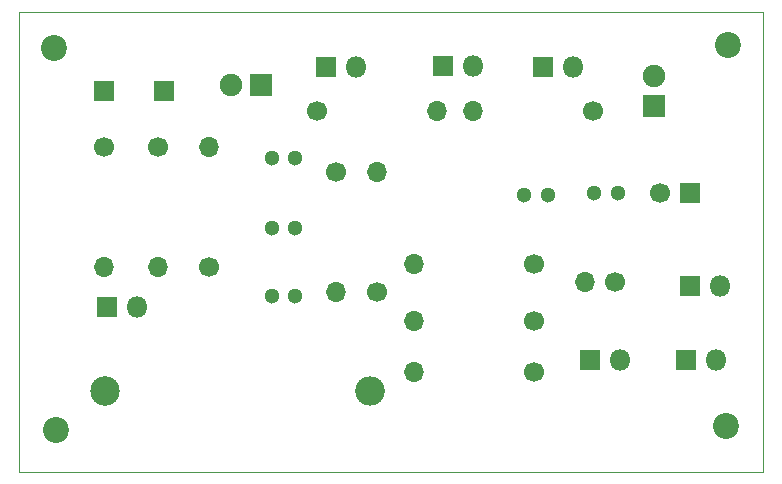
<source format=gbr>
G04 #@! TF.GenerationSoftware,KiCad,Pcbnew,(5.1.6)-1*
G04 #@! TF.CreationDate,2020-08-10T15:15:50+02:00*
G04 #@! TF.ProjectId,arduinoUno-BMSmodule,61726475-696e-46f5-956e-6f2d424d536d,rev?*
G04 #@! TF.SameCoordinates,Original*
G04 #@! TF.FileFunction,Soldermask,Bot*
G04 #@! TF.FilePolarity,Negative*
%FSLAX46Y46*%
G04 Gerber Fmt 4.6, Leading zero omitted, Abs format (unit mm)*
G04 Created by KiCad (PCBNEW (5.1.6)-1) date 2020-08-10 15:15:50*
%MOMM*%
%LPD*%
G01*
G04 APERTURE LIST*
G04 #@! TA.AperFunction,Profile*
%ADD10C,0.050000*%
G04 #@! TD*
%ADD11C,1.300000*%
%ADD12O,2.500000X2.500000*%
%ADD13C,2.500000*%
%ADD14C,2.200000*%
%ADD15O,1.800000X1.800000*%
%ADD16R,1.800000X1.800000*%
%ADD17O,1.700000X1.700000*%
%ADD18C,1.700000*%
%ADD19C,1.900000*%
%ADD20R,1.900000X1.900000*%
%ADD21R,1.700000X1.700000*%
G04 APERTURE END LIST*
D10*
X154000000Y-57000000D02*
X154000000Y-57900000D01*
X91000000Y-57000000D02*
X154000000Y-57000000D01*
X153484000Y-96000000D02*
X154000000Y-96000000D01*
X91000000Y-96000000D02*
X91000000Y-95900000D01*
X91000000Y-95900000D02*
X91000000Y-94973000D01*
X91000000Y-94973000D02*
X91000000Y-57000000D01*
X93921000Y-96000000D02*
X91000000Y-96000000D01*
X153484000Y-96000000D02*
X93921000Y-96000000D01*
X154000000Y-57900000D02*
X154000000Y-96000000D01*
D11*
G04 #@! TO.C,C3*
X112395000Y-75311000D03*
X114395000Y-75311000D03*
G04 #@! TD*
D12*
G04 #@! TO.C,R4*
X120698000Y-89154000D03*
D13*
X98298000Y-89154000D03*
G04 #@! TD*
D11*
G04 #@! TO.C,C5*
X139732000Y-72390000D03*
X141732000Y-72390000D03*
G04 #@! TD*
G04 #@! TO.C,C4*
X133763000Y-72517000D03*
X135763000Y-72517000D03*
G04 #@! TD*
G04 #@! TO.C,C2*
X112400000Y-69400000D03*
X114400000Y-69400000D03*
G04 #@! TD*
G04 #@! TO.C,C1*
X112400000Y-81100000D03*
X114400000Y-81100000D03*
G04 #@! TD*
D14*
G04 #@! TO.C,H4*
X151003000Y-59817000D03*
G04 #@! TD*
G04 #@! TO.C,H3*
X150876000Y-92075000D03*
G04 #@! TD*
G04 #@! TO.C,H2*
X94107000Y-92456000D03*
G04 #@! TD*
G04 #@! TO.C,H1*
X93980000Y-60071000D03*
G04 #@! TD*
D15*
G04 #@! TO.C,J3*
X149987000Y-86487000D03*
D16*
X147447000Y-86487000D03*
G04 #@! TD*
D17*
G04 #@! TO.C,R8*
X126365000Y-65405000D03*
D18*
X116205000Y-65405000D03*
G04 #@! TD*
D19*
G04 #@! TO.C,D1*
X108966000Y-63246000D03*
D20*
X111506000Y-63246000D03*
G04 #@! TD*
D16*
G04 #@! TO.C,J1*
X98171000Y-63754000D03*
X103251000Y-63754000D03*
G04 #@! TD*
D17*
G04 #@! TO.C,TH1*
X138938000Y-79883000D03*
D18*
X141478000Y-79883000D03*
G04 #@! TD*
D17*
G04 #@! TO.C,R10*
X129413000Y-65405000D03*
D18*
X139573000Y-65405000D03*
G04 #@! TD*
D17*
G04 #@! TO.C,R9*
X124460000Y-78359000D03*
D18*
X134620000Y-78359000D03*
G04 #@! TD*
D17*
G04 #@! TO.C,R7*
X124460000Y-87503000D03*
D18*
X134620000Y-87503000D03*
G04 #@! TD*
D17*
G04 #@! TO.C,R6*
X117856000Y-80772000D03*
D18*
X117856000Y-70612000D03*
G04 #@! TD*
D17*
G04 #@! TO.C,R5*
X98171000Y-78613000D03*
D18*
X98171000Y-68453000D03*
G04 #@! TD*
D17*
G04 #@! TO.C,R3*
X102743000Y-78613000D03*
D18*
X102743000Y-68453000D03*
G04 #@! TD*
D17*
G04 #@! TO.C,R2*
X107100000Y-68440000D03*
D18*
X107100000Y-78600000D03*
G04 #@! TD*
D17*
G04 #@! TO.C,R1*
X124460000Y-83185000D03*
D18*
X134620000Y-83185000D03*
G04 #@! TD*
D17*
G04 #@! TO.C,L1*
X121285000Y-70612000D03*
D18*
X121285000Y-80772000D03*
G04 #@! TD*
D15*
G04 #@! TO.C,J8*
X137922000Y-61722000D03*
D16*
X135382000Y-61722000D03*
G04 #@! TD*
D15*
G04 #@! TO.C,J7*
X100965000Y-82042000D03*
D16*
X98425000Y-82042000D03*
G04 #@! TD*
D15*
G04 #@! TO.C,J6*
X129413000Y-61595000D03*
D16*
X126873000Y-61595000D03*
G04 #@! TD*
D15*
G04 #@! TO.C,J5*
X119507000Y-61722000D03*
D16*
X116967000Y-61722000D03*
G04 #@! TD*
D15*
G04 #@! TO.C,J4*
X150368000Y-80264000D03*
D16*
X147828000Y-80264000D03*
G04 #@! TD*
D15*
G04 #@! TO.C,J2*
X141859000Y-86487000D03*
D16*
X139319000Y-86487000D03*
G04 #@! TD*
D19*
G04 #@! TO.C,D2*
X144780000Y-62484000D03*
D20*
X144780000Y-65024000D03*
G04 #@! TD*
D18*
G04 #@! TO.C,C6*
X145288000Y-72390000D03*
D21*
X147788000Y-72390000D03*
G04 #@! TD*
M02*

</source>
